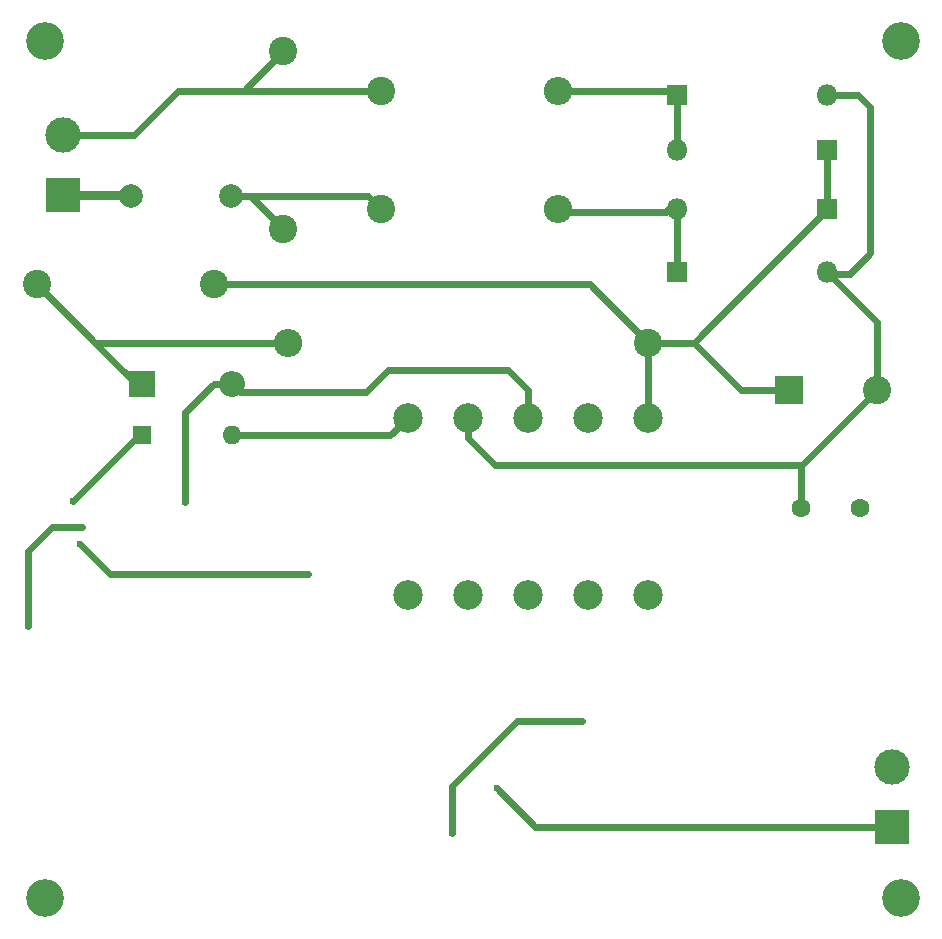
<source format=gbr>
%TF.GenerationSoftware,KiCad,Pcbnew,8.0.8*%
%TF.CreationDate,2025-03-04T11:57:41-03:00*%
%TF.ProjectId,switched_power_supply,73776974-6368-4656-945f-706f7765725f,rev?*%
%TF.SameCoordinates,Original*%
%TF.FileFunction,Soldermask,Bot*%
%TF.FilePolarity,Negative*%
%FSLAX46Y46*%
G04 Gerber Fmt 4.6, Leading zero omitted, Abs format (unit mm)*
G04 Created by KiCad (PCBNEW 8.0.8) date 2025-03-04 11:57:41*
%MOMM*%
%LPD*%
G01*
G04 APERTURE LIST*
%ADD10R,1.800000X1.800000*%
%ADD11O,1.800000X1.800000*%
%ADD12C,2.500000*%
%ADD13C,3.200000*%
%ADD14R,3.000000X3.000000*%
%ADD15C,3.000000*%
%ADD16C,2.400000*%
%ADD17O,2.400000X2.400000*%
%ADD18R,1.600000X1.600000*%
%ADD19O,1.600000X1.600000*%
%ADD20R,2.400000X2.400000*%
%ADD21R,2.200000X2.200000*%
%ADD22O,2.200000X2.200000*%
%ADD23C,2.000000*%
%ADD24C,1.600000*%
%TA.AperFunction,ComponentPad*%
%ADD25R,1.800000X1.800000*%
%TD*%
%TA.AperFunction,ComponentPad*%
%ADD26O,1.800000X1.800000*%
%TD*%
%TA.AperFunction,ComponentPad*%
%ADD27C,2.500000*%
%TD*%
%TA.AperFunction,ComponentPad*%
%ADD28R,3.000000X3.000000*%
%TD*%
%TA.AperFunction,ComponentPad*%
%ADD29C,3.000000*%
%TD*%
%TA.AperFunction,ComponentPad*%
%ADD30C,2.400000*%
%TD*%
%TA.AperFunction,ComponentPad*%
%ADD31O,2.400000X2.400000*%
%TD*%
%TA.AperFunction,ComponentPad*%
%ADD32R,1.600000X1.600000*%
%TD*%
%TA.AperFunction,ComponentPad*%
%ADD33O,1.600000X1.600000*%
%TD*%
%TA.AperFunction,ComponentPad*%
%ADD34R,2.400000X2.400000*%
%TD*%
%TA.AperFunction,ComponentPad*%
%ADD35R,2.200000X2.200000*%
%TD*%
%TA.AperFunction,ComponentPad*%
%ADD36O,2.200000X2.200000*%
%TD*%
%TA.AperFunction,ComponentPad*%
%ADD37C,2.000000*%
%TD*%
%TA.AperFunction,ComponentPad*%
%ADD38C,1.600000*%
%TD*%
%TA.AperFunction,ViaPad*%
%ADD39C,0.600000*%
%TD*%
%TA.AperFunction,Conductor*%
%ADD40C,0.600000*%
%TD*%
%TA.AperFunction,Conductor*%
%ADD41C,0.800000*%
%TD*%
G04 APERTURE END LIST*
D10*
%TO.C,D1d3*%
X176700000Y-67225000D03*
D11*
X164000000Y-67225000D03*
%TD*%
D10*
%TO.C,D1d2*%
X176700000Y-62225000D03*
D11*
X164000000Y-62225000D03*
%TD*%
D12*
%TO.C,T1*%
X161544000Y-99888500D03*
X156464000Y-99888500D03*
X151384000Y-99888500D03*
X146304000Y-99888500D03*
X141224000Y-99888500D03*
X141224000Y-84888500D03*
X146304000Y-84888500D03*
X151384000Y-84888500D03*
X156464000Y-84888500D03*
X161544000Y-84888500D03*
%TD*%
D13*
%TO.C,REF\u002A\u002A*%
X183000000Y-125500000D03*
%TD*%
D10*
%TO.C,D1d1*%
X164000000Y-72500000D03*
D11*
X176700000Y-72500000D03*
%TD*%
D13*
%TO.C,REF\u002A\u002A*%
X110500000Y-125500000D03*
%TD*%
%TO.C,REF\u002A\u002A*%
X110500000Y-53000000D03*
%TD*%
D14*
%TO.C,V1*%
X112050000Y-66040000D03*
D15*
X112050000Y-60960000D03*
%TD*%
D16*
%TO.C,R4*%
X161595000Y-78500000D03*
D17*
X131115000Y-78500000D03*
%TD*%
D10*
%TO.C,D1d4*%
X164000000Y-57500000D03*
D11*
X176700000Y-57500000D03*
%TD*%
D16*
%TO.C,C3*%
X130700000Y-68850000D03*
X130700000Y-53850000D03*
%TD*%
D14*
%TO.C,V2*%
X182245000Y-119507000D03*
D15*
X182245000Y-114427000D03*
%TD*%
D16*
%TO.C,C3b1*%
X124800000Y-73550000D03*
X109800000Y-73550000D03*
%TD*%
D13*
%TO.C,REF\u002A\u002A*%
X183000000Y-53000000D03*
%TD*%
D18*
%TO.C,D2*%
X118745000Y-86360000D03*
D19*
X126365000Y-86360000D03*
%TD*%
D20*
%TO.C,C7*%
X173487246Y-82500000D03*
D16*
X180987246Y-82500000D03*
%TD*%
D21*
%TO.C,D3*%
X118745000Y-82000000D03*
D22*
X126365000Y-82000000D03*
%TD*%
D23*
%TO.C,F1*%
X117750000Y-66110000D03*
X126250000Y-66110000D03*
%TD*%
D24*
%TO.C,C5*%
X174500000Y-92500000D03*
X179500000Y-92500000D03*
%TD*%
D16*
%TO.C,L1*%
X138975000Y-57225000D03*
D17*
X153975000Y-57225000D03*
D16*
X138975000Y-67225000D03*
D17*
X153975000Y-67225000D03*
%TD*%
D25*
%TO.P,D1d3,1,K*%
%TO.N,/BarP*%
X176700000Y-67225000D03*
D26*
%TO.P,D1d3,2,A*%
%TO.N,Net-(D1d1-K)*%
X164000000Y-67225000D03*
%TD*%
D25*
%TO.P,D1d2,1,K*%
%TO.N,/BarP*%
X176700000Y-62225000D03*
D26*
%TO.P,D1d2,2,A*%
%TO.N,Net-(D1d2-A)*%
X164000000Y-62225000D03*
%TD*%
D27*
%TO.P,T1,1*%
%TO.N,N/C*%
X161544000Y-99888500D03*
%TO.P,T1,2,2*%
%TO.N,Net-(D4-A)*%
X156464000Y-99888500D03*
%TO.P,T1,3*%
%TO.N,N/C*%
X151384000Y-99888500D03*
%TO.P,T1,4*%
X146304000Y-99888500D03*
%TO.P,T1,5,5*%
%TO.N,Terra*%
X141224000Y-99888500D03*
%TO.P,T1,6,6*%
%TO.N,Net-(D2-A)*%
X141224000Y-84888500D03*
%TO.P,T1,7,7*%
%TO.N,GND*%
X146304000Y-84888500D03*
%TO.P,T1,8,8*%
%TO.N,/Drain*%
X151384000Y-84888500D03*
%TO.P,T1,9*%
%TO.N,N/C*%
X156464000Y-84888500D03*
%TO.P,T1,10,10*%
%TO.N,/BarP*%
X161544000Y-84888500D03*
%TD*%
D25*
%TO.P,D1d1,1,K*%
%TO.N,Net-(D1d1-K)*%
X164000000Y-72500000D03*
D26*
%TO.P,D1d1,2,A*%
%TO.N,GND*%
X176700000Y-72500000D03*
%TD*%
D28*
%TO.P,V1,1,1*%
%TO.N,Net-(F1-Pad1)*%
X112050000Y-66040000D03*
D29*
%TO.P,V1,2,2*%
%TO.N,Net-(C3-Pad2)*%
X112050000Y-60960000D03*
%TD*%
D30*
%TO.P,R4,1,1*%
%TO.N,/BarP*%
X161595000Y-78500000D03*
D31*
%TO.P,R4,2,2*%
%TO.N,Net-(D3-K)*%
X131115000Y-78500000D03*
%TD*%
D25*
%TO.P,D1d4,1,K*%
%TO.N,Net-(D1d2-A)*%
X164000000Y-57500000D03*
D26*
%TO.P,D1d4,2,A*%
%TO.N,GND*%
X176700000Y-57500000D03*
%TD*%
D30*
%TO.P,C3,1,1*%
%TO.N,Net-(C3-Pad1)*%
X130700000Y-68850000D03*
%TO.P,C3,2,2*%
%TO.N,Net-(C3-Pad2)*%
X130700000Y-53850000D03*
%TD*%
D28*
%TO.P,V2,1,1*%
%TO.N,/Vout*%
X182245000Y-119507000D03*
D29*
%TO.P,V2,2,2*%
%TO.N,Terra*%
X182245000Y-114427000D03*
%TD*%
D30*
%TO.P,C3b1,1,1*%
%TO.N,/BarP*%
X124800000Y-73550000D03*
%TO.P,C3b1,2,2*%
%TO.N,Net-(D3-K)*%
X109800000Y-73550000D03*
%TD*%
D32*
%TO.P,D2,1,K*%
%TO.N,Net-(D2-K)*%
X118745000Y-86360000D03*
D33*
%TO.P,D2,2,A*%
%TO.N,Net-(D2-A)*%
X126365000Y-86360000D03*
%TD*%
D34*
%TO.P,C7,1,1*%
%TO.N,/BarP*%
X173487246Y-82500000D03*
D30*
%TO.P,C7,2,2*%
%TO.N,GND*%
X180987246Y-82500000D03*
%TD*%
D35*
%TO.P,D3,1,K*%
%TO.N,Net-(D3-K)*%
X118745000Y-82000000D03*
D36*
%TO.P,D3,2,A*%
%TO.N,/Drain*%
X126365000Y-82000000D03*
%TD*%
D37*
%TO.P,F1,1,1*%
%TO.N,Net-(F1-Pad1)*%
X117750000Y-66110000D03*
%TO.P,F1,2,2*%
%TO.N,Net-(C3-Pad1)*%
X126250000Y-66110000D03*
%TD*%
D38*
%TO.P,C5,1,1*%
%TO.N,GND*%
X174500000Y-92500000D03*
%TO.P,C5,2,2*%
%TO.N,Terra*%
X179500000Y-92500000D03*
%TD*%
D30*
%TO.P,L1,1,1*%
%TO.N,Net-(C3-Pad2)*%
X138975000Y-57225000D03*
D31*
%TO.P,L1,2,2*%
%TO.N,Net-(D1d2-A)*%
X153975000Y-57225000D03*
D30*
%TO.P,L1,3,3*%
%TO.N,Net-(C3-Pad1)*%
X138975000Y-67225000D03*
D31*
%TO.P,L1,4,4*%
%TO.N,Net-(D1d1-K)*%
X153975000Y-67225000D03*
%TD*%
D39*
%TO.N,/Drain*%
X122400000Y-92000000D03*
%TO.N,/Cmp*%
X109054800Y-102514400D03*
X113626800Y-94132400D03*
%TO.N,/Vdd*%
X132803800Y-98069400D03*
X113499800Y-95529400D03*
%TO.N,Net-(D2-K)*%
X112900000Y-91950000D03*
%TO.N,Net-(D4-K)*%
X145000000Y-120000000D03*
X156000000Y-110500000D03*
%TO.N,/Vout*%
X148750000Y-116250000D03*
%TD*%
D40*
%TO.N,Net-(D1d1-K)*%
X163050000Y-67400000D02*
X153975000Y-67400000D01*
X164000000Y-67225000D02*
X163225000Y-67225000D01*
X163225000Y-67225000D02*
X163050000Y-67400000D01*
X164000000Y-72500000D02*
X164000000Y-67225000D01*
%TO.N,GND*%
X180987246Y-82500000D02*
X174604746Y-88882500D01*
X176700000Y-72500000D02*
X180987246Y-76787246D01*
X173480000Y-88882500D02*
X148612500Y-88882500D01*
X174500000Y-88882500D02*
X174500000Y-92500000D01*
X176850000Y-72650000D02*
X178675000Y-72650000D01*
X146304000Y-86574000D02*
X146304000Y-84888500D01*
X179375000Y-57500000D02*
X176700000Y-57500000D01*
X180400000Y-70925000D02*
X180400000Y-58525000D01*
X148612500Y-88882500D02*
X146304000Y-86574000D01*
X176700000Y-72500000D02*
X176850000Y-72650000D01*
X173480000Y-88882500D02*
X174500000Y-88882500D01*
X180987246Y-76787246D02*
X180987246Y-81375254D01*
X174604746Y-88882500D02*
X173480000Y-88882500D01*
X180400000Y-58525000D02*
X179375000Y-57500000D01*
X178675000Y-72650000D02*
X180400000Y-70925000D01*
%TO.N,/BarP*%
X161595000Y-78500000D02*
X165425000Y-78500000D01*
X165425000Y-78500000D02*
X176700000Y-67225000D01*
X169425000Y-82500000D02*
X165425000Y-78500000D01*
X176700000Y-62225000D02*
X176700000Y-67225000D01*
X173487246Y-82500000D02*
X169425000Y-82500000D01*
X156645000Y-73550000D02*
X161595000Y-78500000D01*
X124800000Y-73550000D02*
X156645000Y-73550000D01*
X161595000Y-83896000D02*
X161595000Y-78500000D01*
X161507500Y-78500000D02*
X161507500Y-77855000D01*
X161507500Y-78500000D02*
X161507500Y-78000000D01*
X161544000Y-83947000D02*
X161595000Y-83896000D01*
%TO.N,Net-(D1d2-A)*%
X164500000Y-57000000D02*
X164000000Y-57500000D01*
X163725000Y-57225000D02*
X154150000Y-57225000D01*
X164000000Y-57500000D02*
X163725000Y-57225000D01*
X154150000Y-57225000D02*
X153975000Y-57400000D01*
X164000000Y-57500000D02*
X164000000Y-62225000D01*
%TO.N,Net-(D3-K)*%
X114750000Y-78500000D02*
X131115000Y-78500000D01*
X109800000Y-73550000D02*
X114750000Y-78500000D01*
X131150000Y-78535000D02*
X131115000Y-78500000D01*
X117530000Y-81280000D02*
X118745000Y-81280000D01*
X117125000Y-80875000D02*
X117530000Y-81280000D01*
X114750000Y-78500000D02*
X117125000Y-80875000D01*
X118250000Y-82000000D02*
X118745000Y-82000000D01*
X117125000Y-80875000D02*
X118250000Y-82000000D01*
%TO.N,/Drain*%
X137692468Y-82692467D02*
X139546435Y-80838500D01*
X149698500Y-80838500D02*
X151384000Y-82524000D01*
X126365000Y-82000000D02*
X127057467Y-82692467D01*
X127057467Y-82692467D02*
X137692468Y-82692467D01*
X124809366Y-82000000D02*
X122400000Y-84409366D01*
X126365000Y-82000000D02*
X124809366Y-82000000D01*
X139546435Y-80838500D02*
X149698500Y-80838500D01*
X126365000Y-81280000D02*
X126835000Y-81750000D01*
X151384000Y-82524000D02*
X151384000Y-84888500D01*
X122400000Y-84409366D02*
X122400000Y-92000000D01*
%TO.N,/Cmp*%
X109054800Y-102514400D02*
X109054800Y-96164400D01*
X111086800Y-94132400D02*
X113626800Y-94132400D01*
X109054800Y-96164400D02*
X111086800Y-94132400D01*
%TO.N,/Vdd*%
X132803800Y-98069400D02*
X116039800Y-98069400D01*
X116039800Y-98069400D02*
X113499800Y-95529400D01*
D41*
%TO.N,Terra*%
X141224000Y-100024000D02*
X141224000Y-99888500D01*
D40*
%TO.N,Net-(D2-K)*%
X118490000Y-86360000D02*
X118745000Y-86360000D01*
X112900000Y-91950000D02*
X118490000Y-86360000D01*
%TO.N,Net-(C3-Pad1)*%
X137860000Y-66110000D02*
X138975000Y-67225000D01*
X127960000Y-66110000D02*
X130700000Y-68850000D01*
X126250000Y-66110000D02*
X137860000Y-66110000D01*
X126250000Y-66110000D02*
X127960000Y-66110000D01*
X138975000Y-67225000D02*
X138975000Y-66885000D01*
%TO.N,Net-(C3-Pad2)*%
X121785000Y-57225000D02*
X118050000Y-60960000D01*
X138800000Y-57225000D02*
X121785000Y-57225000D01*
X118050000Y-60960000D02*
X112050000Y-60960000D01*
X127325000Y-57225000D02*
X121785000Y-57225000D01*
X138975000Y-57400000D02*
X138800000Y-57225000D01*
X130700000Y-53850000D02*
X127325000Y-57225000D01*
%TO.N,Net-(D4-K)*%
X145000000Y-120000000D02*
X145000000Y-116000422D01*
X145000000Y-116000422D02*
X150500422Y-110500000D01*
X150500422Y-110500000D02*
X156000000Y-110500000D01*
%TO.N,/Vout*%
X148750000Y-116250000D02*
X152007000Y-119507000D01*
X152007000Y-119507000D02*
X182245000Y-119507000D01*
%TO.N,Net-(D2-A)*%
X139752500Y-86360000D02*
X126365000Y-86360000D01*
X141224000Y-84888500D02*
X139752500Y-86360000D01*
D41*
%TO.N,Net-(F1-Pad1)*%
X112050000Y-66040000D02*
X117680000Y-66040000D01*
X117680000Y-66040000D02*
X117750000Y-66110000D01*
%TD*%
M02*

</source>
